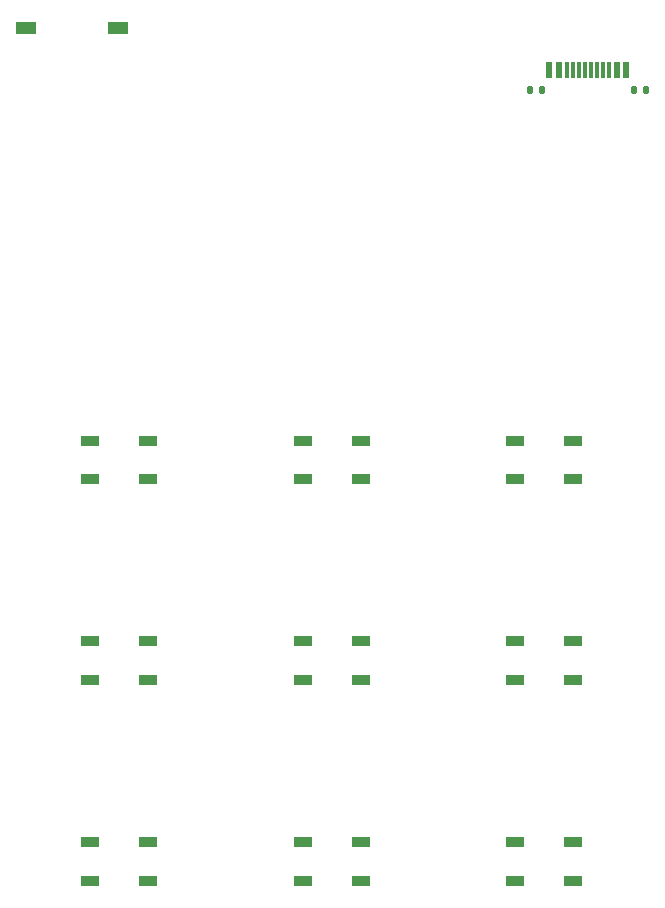
<source format=gbr>
%TF.GenerationSoftware,KiCad,Pcbnew,8.0.3*%
%TF.CreationDate,2024-08-13T15:55:55-04:00*%
%TF.ProjectId,MACROPAD,4d414352-4f50-4414-942e-6b696361645f,rev?*%
%TF.SameCoordinates,Original*%
%TF.FileFunction,Paste,Top*%
%TF.FilePolarity,Positive*%
%FSLAX46Y46*%
G04 Gerber Fmt 4.6, Leading zero omitted, Abs format (unit mm)*
G04 Created by KiCad (PCBNEW 8.0.3) date 2024-08-13 15:55:55*
%MOMM*%
%LPD*%
G01*
G04 APERTURE LIST*
G04 Aperture macros list*
%AMRoundRect*
0 Rectangle with rounded corners*
0 $1 Rounding radius*
0 $2 $3 $4 $5 $6 $7 $8 $9 X,Y pos of 4 corners*
0 Add a 4 corners polygon primitive as box body*
4,1,4,$2,$3,$4,$5,$6,$7,$8,$9,$2,$3,0*
0 Add four circle primitives for the rounded corners*
1,1,$1+$1,$2,$3*
1,1,$1+$1,$4,$5*
1,1,$1+$1,$6,$7*
1,1,$1+$1,$8,$9*
0 Add four rect primitives between the rounded corners*
20,1,$1+$1,$2,$3,$4,$5,0*
20,1,$1+$1,$4,$5,$6,$7,0*
20,1,$1+$1,$6,$7,$8,$9,0*
20,1,$1+$1,$8,$9,$2,$3,0*%
G04 Aperture macros list end*
%ADD10R,1.750000X1.000000*%
%ADD11R,1.500000X0.900000*%
%ADD12RoundRect,0.135000X-0.135000X-0.185000X0.135000X-0.185000X0.135000X0.185000X-0.135000X0.185000X0*%
%ADD13RoundRect,0.135000X0.135000X0.185000X-0.135000X0.185000X-0.135000X-0.185000X0.135000X-0.185000X0*%
%ADD14R,0.600000X1.450000*%
%ADD15R,0.300000X1.450000*%
G04 APERTURE END LIST*
D10*
%TO.C,SW1*%
X124025000Y-51612500D03*
X116275000Y-51612500D03*
%TD*%
D11*
%TO.C,D12*%
X162600000Y-86565625D03*
X162600000Y-89865625D03*
X157700000Y-89865625D03*
X157700000Y-86565625D03*
%TD*%
%TO.C,D16*%
X121700000Y-120565625D03*
X121700000Y-123865625D03*
X126600000Y-123865625D03*
X126600000Y-120565625D03*
%TD*%
D12*
%TO.C,R4*%
X168730000Y-56925000D03*
X167710000Y-56925000D03*
%TD*%
D13*
%TO.C,R5*%
X159950000Y-56925000D03*
X158930000Y-56925000D03*
%TD*%
D14*
%TO.C,J1*%
X167080000Y-55187500D03*
X166280000Y-55187500D03*
D15*
X165080000Y-55187500D03*
X164080000Y-55187500D03*
X163580000Y-55187500D03*
X162580000Y-55187500D03*
D14*
X161380000Y-55187500D03*
X160580000Y-55187500D03*
X160580000Y-55187500D03*
X161380000Y-55187500D03*
D15*
X162080000Y-55187500D03*
X163080000Y-55187500D03*
X164580000Y-55187500D03*
X165580000Y-55187500D03*
D14*
X166280000Y-55187500D03*
X167080000Y-55187500D03*
%TD*%
D11*
%TO.C,D14*%
X144600000Y-103565625D03*
X144600000Y-106865625D03*
X139700000Y-106865625D03*
X139700000Y-103565625D03*
%TD*%
%TO.C,D17*%
X139700000Y-120565625D03*
X139700000Y-123865625D03*
X144600000Y-123865625D03*
X144600000Y-120565625D03*
%TD*%
%TO.C,D11*%
X144600000Y-86565625D03*
X144600000Y-89865625D03*
X139700000Y-89865625D03*
X139700000Y-86565625D03*
%TD*%
%TO.C,D15*%
X162600000Y-103565625D03*
X162600000Y-106865625D03*
X157700000Y-106865625D03*
X157700000Y-103565625D03*
%TD*%
%TO.C,D18*%
X157700000Y-120565625D03*
X157700000Y-123865625D03*
X162600000Y-123865625D03*
X162600000Y-120565625D03*
%TD*%
%TO.C,D13*%
X126600000Y-103565625D03*
X126600000Y-106865625D03*
X121700000Y-106865625D03*
X121700000Y-103565625D03*
%TD*%
%TO.C,D10*%
X121700000Y-86565625D03*
X121700000Y-89865625D03*
X126600000Y-89865625D03*
X126600000Y-86565625D03*
%TD*%
M02*

</source>
